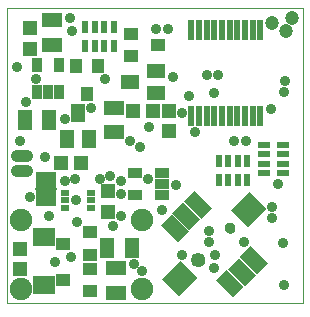
<source format=gts>
G75*
G70*
%OFA0B0*%
%FSLAX24Y24*%
%IPPOS*%
%LPD*%
%AMOC8*
5,1,8,0,0,1.08239X$1,22.5*
%
%ADD10C,0.0000*%
%ADD11R,0.0808X0.0513*%
%ADD12R,0.0828X0.0867*%
%ADD13C,0.0375*%
%ADD14C,0.0493*%
%ADD15C,0.0749*%
%ADD16R,0.0356X0.0474*%
%ADD17R,0.0474X0.0500*%
%ADD18R,0.0671X0.0513*%
%ADD19R,0.0395X0.0474*%
%ADD20R,0.0474X0.0631*%
%ADD21R,0.0500X0.0474*%
%ADD22R,0.0513X0.0671*%
%ADD23R,0.0316X0.0237*%
%ADD24R,0.0474X0.0356*%
%ADD25R,0.0237X0.0671*%
%ADD26R,0.0474X0.0395*%
%ADD27R,0.0631X0.0474*%
%ADD28R,0.0236X0.0394*%
%ADD29R,0.0394X0.0236*%
%ADD30C,0.0395*%
%ADD31R,0.0750X0.0630*%
%ADD32R,0.0710X0.0540*%
%ADD33R,0.0720X0.0060*%
%ADD34C,0.0356*%
%ADD35C,0.0474*%
D10*
X000841Y000938D02*
X000841Y010780D01*
X010684Y010780D01*
X010684Y000938D01*
X000841Y000938D01*
X006995Y002377D02*
X006997Y002405D01*
X007003Y002433D01*
X007012Y002459D01*
X007025Y002485D01*
X007041Y002508D01*
X007061Y002528D01*
X007083Y002546D01*
X007107Y002561D01*
X007133Y002572D01*
X007160Y002580D01*
X007188Y002584D01*
X007216Y002584D01*
X007244Y002580D01*
X007271Y002572D01*
X007297Y002561D01*
X007321Y002546D01*
X007343Y002528D01*
X007363Y002508D01*
X007379Y002485D01*
X007392Y002459D01*
X007401Y002433D01*
X007407Y002405D01*
X007409Y002377D01*
X007407Y002349D01*
X007401Y002321D01*
X007392Y002295D01*
X007379Y002269D01*
X007363Y002246D01*
X007343Y002226D01*
X007321Y002208D01*
X007297Y002193D01*
X007271Y002182D01*
X007244Y002174D01*
X007216Y002170D01*
X007188Y002170D01*
X007160Y002174D01*
X007133Y002182D01*
X007107Y002193D01*
X007083Y002208D01*
X007061Y002226D01*
X007041Y002246D01*
X007025Y002269D01*
X007012Y002295D01*
X007003Y002321D01*
X006997Y002349D01*
X006995Y002377D01*
X008112Y003435D02*
X008114Y003459D01*
X008120Y003482D01*
X008129Y003504D01*
X008142Y003524D01*
X008157Y003542D01*
X008176Y003557D01*
X008197Y003569D01*
X008219Y003577D01*
X008242Y003582D01*
X008266Y003583D01*
X008290Y003580D01*
X008312Y003573D01*
X008334Y003563D01*
X008354Y003550D01*
X008371Y003533D01*
X008385Y003514D01*
X008396Y003493D01*
X008404Y003470D01*
X008408Y003447D01*
X008408Y003423D01*
X008404Y003400D01*
X008396Y003377D01*
X008385Y003356D01*
X008371Y003337D01*
X008354Y003320D01*
X008334Y003307D01*
X008312Y003297D01*
X008290Y003290D01*
X008266Y003287D01*
X008242Y003288D01*
X008219Y003293D01*
X008197Y003301D01*
X008176Y003313D01*
X008157Y003328D01*
X008142Y003346D01*
X008129Y003366D01*
X008120Y003388D01*
X008114Y003411D01*
X008112Y003435D01*
D11*
G36*
X007299Y003756D02*
X006729Y004326D01*
X007091Y004688D01*
X007661Y004118D01*
X007299Y003756D01*
G37*
G36*
X006909Y003366D02*
X006339Y003936D01*
X006701Y004298D01*
X007271Y003728D01*
X006909Y003366D01*
G37*
G36*
X006520Y002976D02*
X005950Y003546D01*
X006312Y003908D01*
X006882Y003338D01*
X006520Y002976D01*
G37*
G36*
X008371Y001125D02*
X007801Y001695D01*
X008163Y002057D01*
X008733Y001487D01*
X008371Y001125D01*
G37*
G36*
X008761Y001515D02*
X008191Y002085D01*
X008553Y002447D01*
X009123Y001877D01*
X008761Y001515D01*
G37*
G36*
X009150Y001904D02*
X008580Y002474D01*
X008942Y002836D01*
X009512Y002266D01*
X009150Y001904D01*
G37*
D12*
G36*
X008868Y003458D02*
X008283Y004043D01*
X008894Y004654D01*
X009479Y004069D01*
X008868Y003458D01*
G37*
G36*
X006568Y001159D02*
X005983Y001744D01*
X006594Y002355D01*
X007179Y001770D01*
X006568Y001159D01*
G37*
D13*
X008260Y003435D03*
D14*
X007202Y002377D03*
D15*
X005339Y001410D03*
X005339Y003694D03*
X001304Y003694D03*
X001304Y001410D03*
D16*
X001830Y007958D03*
X002204Y007958D03*
X002578Y007958D03*
X002578Y008863D03*
X001830Y008863D03*
D17*
X001589Y009422D03*
X001589Y010091D03*
X006235Y007335D03*
X006235Y006666D03*
X004188Y004658D03*
X004188Y003989D03*
X001274Y002729D03*
X001274Y002060D03*
D18*
X004463Y002099D03*
X004463Y001272D03*
X004385Y006627D03*
X004385Y007454D03*
X002337Y009540D03*
X002337Y010367D03*
D19*
X003129Y008824D03*
X003877Y008824D03*
X003503Y007918D03*
D20*
X003204Y007276D03*
X003578Y006410D03*
X002830Y006410D03*
D21*
X002633Y005623D03*
X003302Y005623D03*
X005034Y007355D03*
X005704Y007355D03*
D22*
X002239Y007040D03*
X001412Y007040D03*
X004168Y002788D03*
X004995Y002788D03*
D23*
X003637Y004107D03*
X003637Y004363D03*
X003637Y004619D03*
X002770Y004619D03*
X002770Y004363D03*
X002770Y004107D03*
D24*
X005081Y004524D03*
X005081Y005272D03*
X005987Y005272D03*
X005987Y004898D03*
X005987Y004524D03*
D25*
X006973Y007188D03*
X007229Y007188D03*
X007485Y007188D03*
X007741Y007188D03*
X007997Y007188D03*
X008253Y007188D03*
X008509Y007188D03*
X008765Y007188D03*
X009020Y007188D03*
X009276Y007188D03*
X009276Y010042D03*
X009020Y010042D03*
X008765Y010042D03*
X008509Y010042D03*
X008253Y010042D03*
X007997Y010042D03*
X007741Y010042D03*
X007485Y010042D03*
X007229Y010042D03*
X006973Y010042D03*
D26*
X005869Y009544D03*
X004963Y009170D03*
X004963Y009918D03*
X003609Y003296D03*
X003609Y002548D03*
X003609Y002076D03*
X003609Y001328D03*
X002704Y001702D03*
X002704Y002922D03*
D27*
X005802Y007926D03*
X005802Y008674D03*
X004936Y008300D03*
D28*
X004385Y009521D03*
X004070Y009521D03*
X003755Y009521D03*
X003440Y009521D03*
X003440Y010150D03*
X003755Y010150D03*
X004070Y010150D03*
X004385Y010150D03*
X007889Y005662D03*
X008204Y005662D03*
X008519Y005662D03*
X008833Y005662D03*
X008833Y005032D03*
X008519Y005032D03*
X008204Y005032D03*
X007889Y005032D03*
D29*
X009385Y005269D03*
X009385Y005584D03*
X009385Y005898D03*
X009385Y006213D03*
X010015Y006213D03*
X010015Y005898D03*
X010015Y005584D03*
X010015Y005269D03*
D30*
X001491Y005337D02*
X001176Y005337D01*
X001176Y005830D02*
X001491Y005830D01*
D31*
X002062Y003151D03*
X002062Y001526D03*
D32*
X002141Y004457D03*
X002141Y005057D03*
D33*
X002141Y004757D03*
D34*
X001589Y004481D03*
X002219Y003851D03*
X003164Y003654D03*
X003125Y004363D03*
X002770Y004993D03*
X003085Y005072D03*
X003912Y005072D03*
X004267Y005190D03*
X004621Y004993D03*
X004621Y004580D03*
X004625Y003832D03*
X004345Y003497D03*
X005054Y002237D03*
X005330Y002001D03*
X006668Y002552D03*
X007574Y002985D03*
X007574Y003339D03*
X007770Y002552D03*
X007731Y002119D03*
X008715Y002985D03*
X009660Y003772D03*
X009660Y004127D03*
X009857Y004914D03*
X008794Y006332D03*
X008400Y006332D03*
X007101Y006647D03*
X006668Y007276D03*
X006904Y007828D03*
X006353Y008458D03*
X007495Y008536D03*
X007849Y008536D03*
X007731Y007946D03*
X009621Y007395D03*
X010054Y007985D03*
X010093Y008339D03*
X006471Y004875D03*
X005999Y004048D03*
X005526Y005072D03*
X005251Y006135D03*
X004936Y006332D03*
X005566Y006804D03*
X004109Y008418D03*
X003637Y007434D03*
X002770Y007080D03*
X002101Y005820D03*
X001274Y006332D03*
X001471Y007631D03*
X001786Y008418D03*
X001156Y008812D03*
X002928Y010426D03*
X003007Y009993D03*
X005802Y010072D03*
X006196Y010072D03*
X010015Y002946D03*
X010054Y001528D03*
X002967Y002473D03*
X002416Y002316D03*
D35*
X009660Y010269D03*
X010133Y009993D03*
X010330Y010426D03*
M02*

</source>
